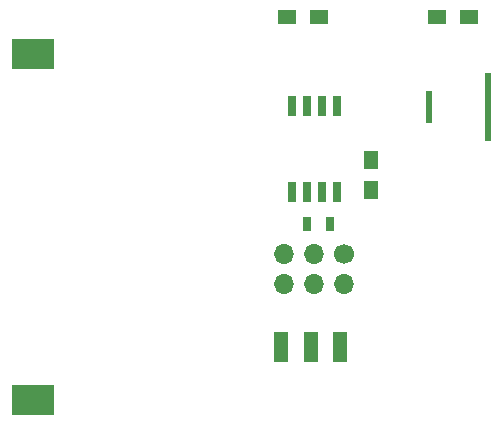
<source format=gts>
G04 #@! TF.FileFunction,Soldermask,Top*
%FSLAX46Y46*%
G04 Gerber Fmt 4.6, Leading zero omitted, Abs format (unit mm)*
G04 Created by KiCad (PCBNEW 4.0.6) date 03/21/19 14:01:11*
%MOMM*%
%LPD*%
G01*
G04 APERTURE LIST*
%ADD10C,0.100000*%
%ADD11R,1.200000X2.500000*%
%ADD12R,0.500000X5.750000*%
%ADD13R,0.500000X2.750000*%
%ADD14R,3.560000X2.600000*%
%ADD15R,1.500000X1.300000*%
%ADD16C,1.700000*%
%ADD17O,1.700000X1.700000*%
%ADD18R,0.650000X1.700000*%
%ADD19R,1.250000X1.500000*%
%ADD20R,0.700000X1.300000*%
G04 APERTURE END LIST*
D10*
D11*
X164124000Y-94488000D03*
X166664000Y-94488000D03*
X169124000Y-94488000D03*
D12*
X181689000Y-74168000D03*
D13*
X176689000Y-74168000D03*
D14*
X143129000Y-98978000D03*
X143129000Y-69678000D03*
D15*
X180039000Y-66548000D03*
X177339000Y-66548000D03*
D16*
X169481500Y-86550500D03*
D17*
X169481500Y-89090500D03*
X166941500Y-86550500D03*
X166941500Y-89090500D03*
X164401500Y-86550500D03*
X164401500Y-89090500D03*
D18*
X168846500Y-74010500D03*
X167576500Y-74010500D03*
X166306500Y-74010500D03*
X165036500Y-74010500D03*
X165036500Y-81310500D03*
X166306500Y-81310500D03*
X167576500Y-81310500D03*
X168846500Y-81310500D03*
D15*
X167339000Y-66548000D03*
X164639000Y-66548000D03*
D19*
X171704000Y-78633000D03*
X171704000Y-81133000D03*
D20*
X168239000Y-84008000D03*
X166339000Y-84008000D03*
M02*

</source>
